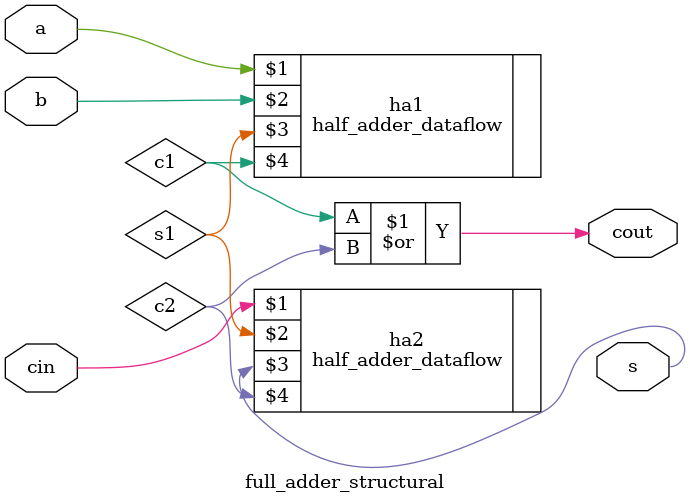
<source format=v>
module full_adder_structural(input a,b,cin, output cout, s);


wire c1,c2,s1;

half_adder_dataflow ha1 (a,b,s1,c1);
half_adder_dataflow ha2 (cin,s1,s,c2);
or (cout,c1,c2);

endmodule
</source>
